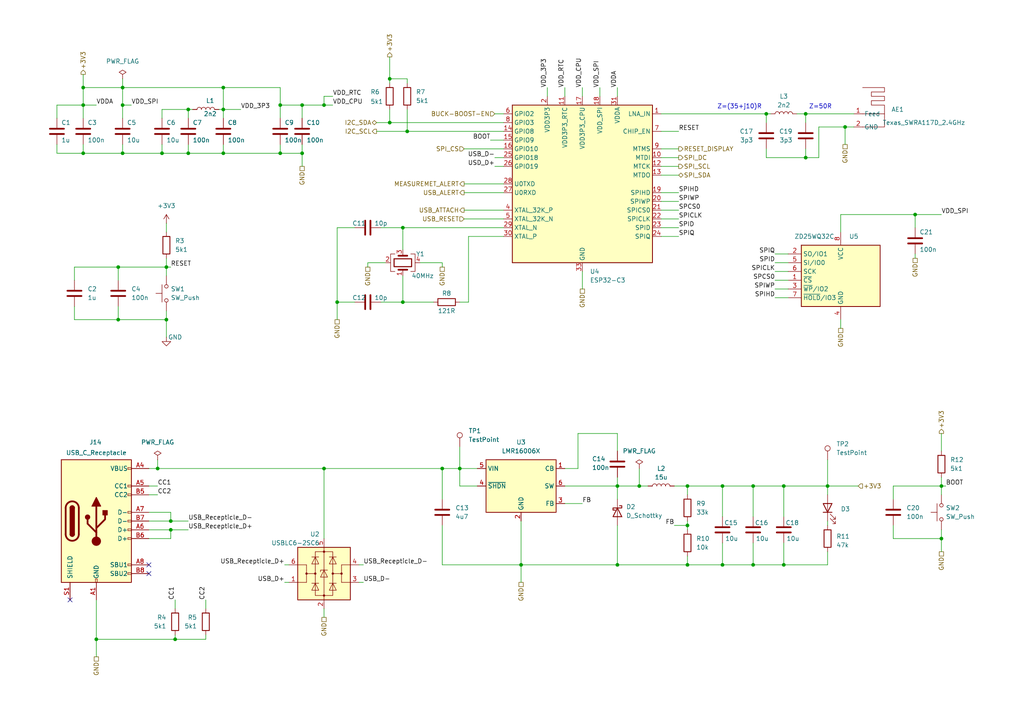
<source format=kicad_sch>
(kicad_sch (version 20250114) (generator "eeschema") (generator_version "9.0")
  (paper "A4")
  (lib_symbols
    (symbol "Connector:TestPoint" (pin_numbers (hide yes)) (pin_names (offset 0.762) (hide yes))
      (property "Reference" "TP" (at 0 6.858 0))
      (property "Value" "TestPoint" (at 0 5.08 0))
      (symbol "TestPoint_0_1"
        (circle (center 0 3.302) (radius 0.762))
      )
      (symbol "TestPoint_1_1"
        (pin passive line (at 0 0 90) (length 2.54) (name "1") (number "1"))
      )
    )
    (symbol "Connector:USB_C_Receptacle_USB2.0" (pin_names (offset 1.016))
      (property "Reference" "J" (at -10.16 19.05 0))
      (property "Value" "USB_C_Receptacle_USB2.0" (at 19.05 19.05 0))
      (symbol "USB_C_Receptacle_USB2.0_0_0"
        (rectangle (start -0.254 -17.78) (end 0.254 -16.764))
        (rectangle (start 10.16 15.494) (end 9.144 14.986))
        (rectangle (start 10.16 10.414) (end 9.144 9.906))
        (rectangle (start 10.16 7.874) (end 9.144 7.366))
        (rectangle (start 10.16 2.794) (end 9.144 2.286))
        (rectangle (start 10.16 0.254) (end 9.144 -0.254))
        (rectangle (start 10.16 -2.286) (end 9.144 -2.794))
        (rectangle (start 10.16 -4.826) (end 9.144 -5.334))
        (rectangle (start 10.16 -12.446) (end 9.144 -12.954))
        (rectangle (start 10.16 -14.986) (end 9.144 -15.494))
      )
      (symbol "USB_C_Receptacle_USB2.0_0_1"
        (rectangle (start -10.16 17.78) (end 10.16 -17.78) (stroke (width 0.254)) (fill (type background)))
        (polyline (pts (xy -8.89 -3.81) (xy -8.89 3.81)) (stroke (width 0.508)))
        (rectangle (start -7.62 -3.81) (end -6.35 3.81) (stroke (width 0.254)) (fill (type outline)))
        (arc (start -7.62 3.81) (mid -6.985 4.4423) (end -6.35 3.81) (stroke (width 0.254)))
        (arc (start -7.62 3.81) (mid -6.985 4.4423) (end -6.35 3.81) (stroke (width 0.254)) (fill (type outline)))
        (arc (start -8.89 3.81) (mid -6.985 5.7067) (end -5.08 3.81) (stroke (width 0.508)))
        (arc (start -5.08 -3.81) (mid -6.985 -5.7067) (end -8.89 -3.81) (stroke (width 0.508)))
        (arc (start -6.35 -3.81) (mid -6.985 -4.4423) (end -7.62 -3.81) (stroke (width 0.254)))
        (arc (start -6.35 -3.81) (mid -6.985 -4.4423) (end -7.62 -3.81) (stroke (width 0.254)) (fill (type outline)))
        (polyline (pts (xy -5.08 3.81) (xy -5.08 -3.81)) (stroke (width 0.508)))
        (circle (center -2.54 1.143) (radius 0.635) (stroke (width 0.254)) (fill (type outline)))
        (polyline (pts (xy -1.27 4.318) (xy 0 6.858) (xy 1.27 4.318) (xy -1.27 4.318)) (stroke (width 0.254)) (fill (type outline)))
        (polyline (pts (xy 0 -2.032) (xy 2.54 0.508) (xy 2.54 1.778)) (stroke (width 0.508)))
        (polyline (pts (xy 0 -3.302) (xy -2.54 -0.762) (xy -2.54 0.508)) (stroke (width 0.508)))
        (polyline (pts (xy 0 -5.842) (xy 0 4.318)) (stroke (width 0.508)))
        (circle (center 0 -5.842) (radius 1.27) (fill (type outline)))
        (rectangle (start 1.905 1.778) (end 3.175 3.048) (stroke (width 0.254)) (fill (type outline)))
      )
      (symbol "USB_C_Receptacle_USB2.0_1_1"
        (pin passive line (at -7.62 -22.86 90) (length 5.08) (name "SHIELD") (number "S1"))
        (pin passive line (at 0 -22.86 90) (length 5.08) (name "GND") (number "A1"))
        (pin passive line (at 0 -22.86 90) (length 5.08) (hide yes) (name "GND") (number "A12"))
        (pin passive line (at 0 -22.86 90) (length 5.08) (hide yes) (name "GND") (number "B1"))
        (pin passive line (at 0 -22.86 90) (length 5.08) (hide yes) (name "GND") (number "B12"))
        (pin passive line (at 15.24 15.24 180) (length 5.08) (name "VBUS") (number "A4"))
        (pin passive line (at 15.24 15.24 180) (length 5.08) (hide yes) (name "VBUS") (number "A9"))
        (pin passive line (at 15.24 15.24 180) (length 5.08) (hide yes) (name "VBUS") (number "B4"))
        (pin passive line (at 15.24 15.24 180) (length 5.08) (hide yes) (name "VBUS") (number "B9"))
        (pin bidirectional line (at 15.24 10.16 180) (length 5.08) (name "CC1") (number "A5"))
        (pin bidirectional line (at 15.24 7.62 180) (length 5.08) (name "CC2") (number "B5"))
        (pin bidirectional line (at 15.24 2.54 180) (length 5.08) (name "D-") (number "A7"))
        (pin bidirectional line (at 15.24 0 180) (length 5.08) (name "D-") (number "B7"))
        (pin bidirectional line (at 15.24 -2.54 180) (length 5.08) (name "D+") (number "A6"))
        (pin bidirectional line (at 15.24 -5.08 180) (length 5.08) (name "D+") (number "B6"))
        (pin bidirectional line (at 15.24 -12.7 180) (length 5.08) (name "SBU1") (number "A8"))
        (pin bidirectional line (at 15.24 -15.24 180) (length 5.08) (name "SBU2") (number "B8"))
      )
    )
    (symbol "Device:C" (pin_numbers (hide yes)) (pin_names (offset 0.254))
      (property "Reference" "C" (at 0.635 2.54 0))
      (property "Value" "C" (at 0.635 -2.54 0))
      (symbol "C_0_1"
        (polyline (pts (xy -2.032 0.762) (xy 2.032 0.762)) (stroke (width 0.508)))
        (polyline (pts (xy -2.032 -0.762) (xy 2.032 -0.762)) (stroke (width 0.508)))
      )
      (symbol "C_1_1"
        (pin passive line (at 0 3.81 270) (length 2.794) (name "~") (number "1"))
        (pin passive line (at 0 -3.81 90) (length 2.794) (name "~") (number "2"))
      )
    )
    (symbol "Device:Crystal_GND24" (pin_names (offset 1.016) (hide yes))
      (property "Reference" "Y" (at 3.175 5.08 0))
      (property "Value" "Crystal_GND24" (at 3.175 3.175 0))
      (symbol "Crystal_GND24_0_1"
        (polyline (pts (xy -2.54 2.286) (xy -2.54 3.556) (xy 2.54 3.556) (xy 2.54 2.286)))
        (polyline (pts (xy -2.54 0) (xy -2.032 0)))
        (polyline (pts (xy -2.54 -2.286) (xy -2.54 -3.556) (xy 2.54 -3.556) (xy 2.54 -2.286)))
        (polyline (pts (xy -2.032 -1.27) (xy -2.032 1.27)) (stroke (width 0.508)))
        (rectangle (start -1.143 2.54) (end 1.143 -2.54) (stroke (width 0.3048)))
        (polyline (pts (xy 0 3.556) (xy 0 3.81)))
        (polyline (pts (xy 0 -3.81) (xy 0 -3.556)))
        (polyline (pts (xy 2.032 0) (xy 2.54 0)))
        (polyline (pts (xy 2.032 -1.27) (xy 2.032 1.27)) (stroke (width 0.508)))
      )
      (symbol "Crystal_GND24_1_1"
        (pin passive line (at -3.81 0 0) (length 1.27) (name "1") (number "1"))
        (pin passive line (at 0 5.08 270) (length 1.27) (name "2") (number "2"))
        (pin passive line (at 0 -5.08 90) (length 1.27) (name "4") (number "4"))
        (pin passive line (at 3.81 0 180) (length 1.27) (name "3") (number "3"))
      )
    )
    (symbol "Device:D_Schottky" (pin_numbers (hide yes)) (pin_names (offset 1.016) (hide yes))
      (property "Reference" "D" (at 0 2.54 0))
      (property "Value" "D_Schottky" (at 0 -2.54 0))
      (symbol "D_Schottky_0_1"
        (polyline (pts (xy -1.905 0.635) (xy -1.905 1.27) (xy -1.27 1.27) (xy -1.27 -1.27) (xy -0.635 -1.27) (xy -0.635 -0.635)) (stroke (width 0.254)))
        (polyline (pts (xy 1.27 1.27) (xy 1.27 -1.27) (xy -1.27 0) (xy 1.27 1.27)) (stroke (width 0.254)))
        (polyline (pts (xy 1.27 0) (xy -1.27 0)))
      )
      (symbol "D_Schottky_1_1"
        (pin passive line (at -3.81 0 0) (length 2.54) (name "K") (number "1"))
        (pin passive line (at 3.81 0 180) (length 2.54) (name "A") (number "2"))
      )
    )
    (symbol "Device:L" (pin_numbers (hide yes)) (pin_names (offset 1.016) (hide yes))
      (property "Reference" "L" (at -1.27 0 90))
      (property "Value" "L" (at 1.905 0 90))
      (symbol "L_0_1"
        (arc (start 0 2.54) (mid 0.6323 1.905) (end 0 1.27))
        (arc (start 0 1.27) (mid 0.6323 0.635) (end 0 0))
        (arc (start 0 0) (mid 0.6323 -0.635) (end 0 -1.27))
        (arc (start 0 -1.27) (mid 0.6323 -1.905) (end 0 -2.54))
      )
      (symbol "L_1_1"
        (pin passive line (at 0 3.81 270) (length 1.27) (name "1") (number "1"))
        (pin passive line (at 0 -3.81 90) (length 1.27) (name "2") (number "2"))
      )
    )
    (symbol "Device:LED" (pin_numbers (hide yes)) (pin_names (offset 1.016) (hide yes))
      (property "Reference" "D" (at 0 2.54 0))
      (property "Value" "LED" (at 0 -2.54 0))
      (symbol "LED_0_1"
        (polyline (pts (xy -3.048 -0.762) (xy -4.572 -2.286) (xy -3.81 -2.286) (xy -4.572 -2.286) (xy -4.572 -1.524)))
        (polyline (pts (xy -1.778 -0.762) (xy -3.302 -2.286) (xy -2.54 -2.286) (xy -3.302 -2.286) (xy -3.302 -1.524)))
        (polyline (pts (xy -1.27 0) (xy 1.27 0)))
        (polyline (pts (xy -1.27 -1.27) (xy -1.27 1.27)) (stroke (width 0.254)))
        (polyline (pts (xy 1.27 -1.27) (xy 1.27 1.27) (xy -1.27 0) (xy 1.27 -1.27)) (stroke (width 0.254)))
      )
      (symbol "LED_1_1"
        (pin passive line (at -3.81 0 0) (length 2.54) (name "K") (number "1"))
        (pin passive line (at 3.81 0 180) (length 2.54) (name "A") (number "2"))
      )
    )
    (symbol "Device:R" (pin_numbers (hide yes)) (pin_names (offset 0))
      (property "Reference" "R" (at 2.032 0 90))
      (property "Value" "R" (at 0 0 90))
      (symbol "R_0_1"
        (rectangle (start -1.016 -2.54) (end 1.016 2.54) (stroke (width 0.254)))
      )
      (symbol "R_1_1"
        (pin passive line (at 0 3.81 270) (length 1.27) (name "~") (number "1"))
        (pin passive line (at 0 -3.81 90) (length 1.27) (name "~") (number "2"))
      )
    )
    (symbol "MCU_Espressif:ESP32-C3"
      (property "Reference" "U" (at -17.272 23.876 0))
      (property "Value" "ESP32-C3" (at 16.256 23.876 0))
      (symbol "ESP32-C3_1_1"
        (rectangle (start -20.32 22.86) (end 20.32 -22.86) (stroke (width 0.254)) (fill (type background)))
        (pin bidirectional line (at -22.86 20.32 0) (length 2.54) (name "GPIO2") (number "6"))
        (pin bidirectional line (at -22.86 17.78 0) (length 2.54) (name "GPIO3") (number "8"))
        (pin bidirectional line (at -22.86 15.24 0) (length 2.54) (name "GPIO8") (number "14"))
        (pin bidirectional line (at -22.86 12.7 0) (length 2.54) (name "GPIO9") (number "15"))
        (pin bidirectional line (at -22.86 10.16 0) (length 2.54) (name "GPIO10") (number "16"))
        (pin bidirectional line (at -22.86 7.62 0) (length 2.54) (name "GPIO18") (number "25"))
        (pin bidirectional line (at -22.86 5.08 0) (length 2.54) (name "GPIO19") (number "26"))
        (pin bidirectional line (at -22.86 0 0) (length 2.54) (name "U0TXD") (number "28"))
        (pin bidirectional line (at -22.86 -2.54 0) (length 2.54) (name "U0RXD") (number "27"))
        (pin bidirectional line (at -22.86 -7.62 0) (length 2.54) (name "XTAL_32K_P") (number "4"))
        (pin bidirectional line (at -22.86 -10.16 0) (length 2.54) (name "XTAL_32K_N") (number "5"))
        (pin bidirectional line (at -22.86 -12.7 0) (length 2.54) (name "XTAL_N") (number "29"))
        (pin bidirectional line (at -22.86 -15.24 0) (length 2.54) (name "XTAL_P") (number "30"))
        (pin power_in line (at -10.16 25.4 270) (length 2.54) (name "VDD3P3") (number "2"))
        (pin passive line (at -10.16 25.4 270) (length 2.54) (hide yes) (name "VDD3P3") (number "3"))
        (pin power_in line (at -5.08 25.4 270) (length 2.54) (name "VDD3P3_RTC") (number "11"))
        (pin power_in line (at 0 25.4 270) (length 2.54) (name "VDD3P3_CPU") (number "17"))
        (pin power_in line (at 0 -25.4 90) (length 2.54) (name "GND") (number "33"))
        (pin power_out line (at 5.08 25.4 270) (length 2.54) (name "VDD_SPI") (number "18"))
        (pin power_in line (at 10.16 25.4 270) (length 2.54) (name "VDDA") (number "31"))
        (pin passive line (at 10.16 25.4 270) (length 2.54) (hide yes) (name "VDDA") (number "32"))
        (pin bidirectional line (at 22.86 20.32 180) (length 2.54) (name "LNA_IN") (number "1"))
        (pin bidirectional line (at 22.86 15.24 180) (length 2.54) (name "CHIP_EN") (number "7"))
        (pin bidirectional line (at 22.86 10.16 180) (length 2.54) (name "MTMS") (number "9"))
        (pin bidirectional line (at 22.86 7.62 180) (length 2.54) (name "MTDI") (number "10"))
        (pin bidirectional line (at 22.86 5.08 180) (length 2.54) (name "MTCK") (number "12"))
        (pin bidirectional line (at 22.86 2.54 180) (length 2.54) (name "MTDO") (number "13"))
        (pin bidirectional line (at 22.86 -2.54 180) (length 2.54) (name "SPIHD") (number "19"))
        (pin bidirectional line (at 22.86 -5.08 180) (length 2.54) (name "SPIWP") (number "20"))
        (pin bidirectional line (at 22.86 -7.62 180) (length 2.54) (name "SPICS0") (number "21"))
        (pin bidirectional line (at 22.86 -10.16 180) (length 2.54) (name "SPICLK") (number "22"))
        (pin bidirectional line (at 22.86 -12.7 180) (length 2.54) (name "SPID") (number "23"))
        (pin bidirectional line (at 22.86 -15.24 180) (length 2.54) (name "SPIQ") (number "24"))
      )
    )
    (symbol "Power_Protection:USBLC6-2SC6" (pin_names (hide yes))
      (property "Reference" "U" (at 2.54 8.89 0))
      (property "Value" "USBLC6-2SC6" (at 2.54 -8.89 0))
      (symbol "USBLC6-2SC6_0_1"
        (rectangle (start -7.62 -7.62) (end 7.62 7.62) (stroke (width 0.254)) (fill (type background)))
        (polyline (pts (xy -5.08 2.54) (xy -7.62 2.54)))
        (circle (center -5.08 0) (radius 0.254) (fill (type outline)))
        (polyline (pts (xy -5.08 0) (xy -5.08 -2.54)))
        (polyline (pts (xy -5.08 -2.54) (xy -7.62 -2.54)))
        (polyline (pts (xy -3.556 2.794) (xy -1.524 2.794) (xy -2.54 4.826) (xy -3.556 2.794)))
        (polyline (pts (xy -3.556 -4.826) (xy -1.524 -4.826) (xy -2.54 -2.794) (xy -3.556 -4.826)))
        (rectangle (start -2.54 6.35) (end 2.54 -6.35))
        (circle (center -2.54 0) (radius 0.254) (fill (type outline)))
        (polyline (pts (xy -2.54 0) (xy -5.08 0) (xy -5.08 2.54)))
        (polyline (pts (xy -1.524 4.826) (xy -3.556 4.826)))
        (polyline (pts (xy -1.524 -2.794) (xy -3.556 -2.794)))
        (polyline (pts (xy -1.016 -1.016) (xy 1.016 -1.016) (xy 0 1.016) (xy -1.016 -1.016)))
        (circle (center 0 6.35) (radius 0.254) (fill (type outline)))
        (polyline (pts (xy 0 6.35) (xy 0 7.62)))
        (polyline (pts (xy 0 1.27) (xy 0 6.35)))
        (polyline (pts (xy 0 -6.35) (xy 0 1.27)))
        (circle (center 0 -6.35) (radius 0.254) (fill (type outline)))
        (polyline (pts (xy 0 -7.62) (xy 0 -6.35)))
        (polyline (pts (xy 1.016 1.016) (xy 0.762 1.016) (xy -1.016 1.016) (xy -1.016 0.508)))
        (polyline (pts (xy 1.524 4.826) (xy 3.556 4.826)))
        (polyline (pts (xy 1.524 -2.794) (xy 3.556 -2.794)))
        (polyline (pts (xy 2.54 0) (xy 5.08 0) (xy 5.08 2.54)))
        (circle (center 2.54 0) (radius 0.254) (fill (type outline)))
        (polyline (pts (xy 3.556 2.794) (xy 1.524 2.794) (xy 2.54 4.826) (xy 3.556 2.794)))
        (polyline (pts (xy 3.556 -4.826) (xy 1.524 -4.826) (xy 2.54 -2.794) (xy 3.556 -4.826)))
        (polyline (pts (xy 5.08 2.54) (xy 7.62 2.54)))
        (polyline (pts (xy 5.08 0) (xy 5.08 -2.54)))
        (circle (center 5.08 0) (radius 0.254) (fill (type outline)))
        (polyline (pts (xy 5.08 -2.54) (xy 7.62 -2.54)))
      )
      (symbol "USBLC6-2SC6_1_1"
        (pin passive line (at -10.16 2.54 0) (length 2.54) (name "I/O1") (number "6"))
        (pin passive line (at -10.16 -2.54 0) (length 2.54) (name "I/O1") (number "1"))
        (pin passive line (at 0 10.16 270) (length 2.54) (name "VBUS") (number "5"))
        (pin passive line (at 0 -10.16 90) (length 2.54) (name "GND") (number "2"))
        (pin passive line (at 10.16 2.54 180) (length 2.54) (name "I/O2") (number "4"))
        (pin passive line (at 10.16 -2.54 180) (length 2.54) (name "I/O2") (number "3"))
      )
    )
    (symbol "Prj_Memory_Flash:ZD25WQ32C"
      (property "Reference" "U3" (at 3.81 0 0))
      (property "Value" "ZD25WQ32C" (at -7.62 0 0))
      (symbol "ZD25WQ32C_1_1"
        (rectangle (start -11.43 -2.54) (end 11.43 -20.32) (stroke (width 0.254)) (fill (type background)))
        (pin bidirectional line (at -15.24 -5.08 0) (length 3.81) (name "SO/IO1") (number "2"))
        (pin bidirectional line (at -15.24 -7.62 0) (length 3.81) (name "SI/IO0") (number "5"))
        (pin input line (at -15.24 -10.16 0) (length 3.81) (name "SCK") (number "6"))
        (pin input line (at -15.24 -12.7 0) (length 3.81) (name "~{CS}") (number "1"))
        (pin bidirectional line (at -15.24 -15.24 0) (length 3.81) (name "~{WP}/IO2") (number "3"))
        (pin bidirectional line (at -15.24 -17.78 0) (length 3.81) (name "~{HOLD}/IO3") (number "7"))
        (pin power_in line (at 0 1.27 270) (length 3.81) (name "VCC") (number "8"))
        (pin power_in line (at 0 -24.13 90) (length 3.81) (name "GND") (number "4"))
      )
    )
    (symbol "Prj_antenna:Texas_SWRA117D_2.4GHz"
      (property "Reference" "AE" (at 0 0 0))
      (property "Value" "Texas_SWRA117D_2.4GHz" (at 0 0 0))
      (symbol "Texas_SWRA117D_2.4GHz_0_1"
        (polyline (pts (xy 1.27 -5.08) (xy 7.62 -5.08) (xy 7.62 -8.89) (xy 1.27 -8.89) (xy 6.35 -8.89)))
        (polyline (pts (xy 7.62 -8.89) (xy 7.62 -11.43) (xy 3.81 -11.43) (xy 3.81 -12.7) (xy 7.62 -12.7) (xy 7.62 -13.97) (xy 3.81 -13.97) (xy 3.81 -15.24) (xy 7.62 -15.24) (xy 7.62 -16.51) (xy 1.27 -16.51)))
      )
      (symbol "Texas_SWRA117D_2.4GHz_1_1"
        (pin input line (at -1.27 -5.08 0) (length 2.54) (name "GND") (number "2"))
        (pin input line (at -1.27 -8.89 0) (length 2.54) (name "Feed") (number "1"))
      )
    )
    (symbol "Prj_dcdc_converter:LMR16006X"
      (property "Reference" "U" (at 1.778 -1.524 0))
      (property "Value" "LMR16006X" (at -4.826 -1.524 0))
      (symbol "LMR16006X_0_1"
        (rectangle (start -10.16 -2.54) (end 10.16 -17.78) (stroke (width 0.254)) (fill (type background)))
      )
      (symbol "LMR16006X_1_1"
        (pin power_in line (at -12.7 -5.08 0) (length 2.54) (name "VIN") (number "5"))
        (pin input line (at -12.7 -10.16 0) (length 2.54) (name "~{SHDN}") (number "4"))
        (pin power_in line (at 0 -20.32 90) (length 2.54) (name "GND") (number "2"))
        (pin input line (at 12.7 -5.08 180) (length 2.54) (name "CB") (number "1"))
        (pin output line (at 12.7 -10.16 180) (length 2.54) (name "SW") (number "6"))
        (pin input line (at 12.7 -15.24 180) (length 2.54) (name "FB") (number "3"))
      )
    )
    (symbol "Switch:SW_Push" (pin_numbers (hide yes)) (pin_names (offset 1.016) (hide yes))
      (property "Reference" "SW" (at 1.27 2.54 0))
      (property "Value" "SW_Push" (at 0 -1.524 0))
      (symbol "SW_Push_0_1"
        (circle (center -2.032 0) (radius 0.508))
        (polyline (pts (xy 0 1.27) (xy 0 3.048)))
        (circle (center 2.032 0) (radius 0.508))
        (polyline (pts (xy 2.54 1.27) (xy -2.54 1.27)))
        (pin passive line (at -5.08 0 0) (length 2.54) (name "1") (number "1"))
        (pin passive line (at 5.08 0 180) (length 2.54) (name "2") (number "2"))
      )
    )
    (symbol "power:+3V3" (power) (pin_numbers (hide yes)) (pin_names (offset 0) (hide yes))
      (property "Value" "+3V3" (at 0 3.556 0))
      (symbol "+3V3_0_1"
        (polyline (pts (xy -0.762 1.27) (xy 0 2.54)))
        (polyline (pts (xy 0 2.54) (xy 0.762 1.27)))
        (polyline (pts (xy 0 0) (xy 0 2.54)))
      )
      (symbol "+3V3_1_1"
        (pin power_in line (at 0 0 90) (length 0) (name "~") (number "1"))
      )
    )
    (symbol "power:GND" (power) (pin_numbers (hide yes)) (pin_names (offset 0) (hide yes))
      (property "Value" "GND" (at 0 -3.81 0))
      (symbol "GND_0_1"
        (polyline (pts (xy 0 0) (xy 0 -1.27) (xy 1.27 -1.27) (xy 0 -2.54) (xy -1.27 -1.27) (xy 0 -1.27)))
      )
      (symbol "GND_1_1"
        (pin power_in line (at 0 0 270) (length 0) (name "~") (number "1"))
      )
    )
    (symbol "power:PWR_FLAG" (power) (pin_numbers (hide yes)) (pin_names (offset 0) (hide yes))
      (property "Value" "PWR_FLAG" (at 0 3.81 0))
      (symbol "PWR_FLAG_0_0"
        (pin power_out line (at 0 0 90) (length 0) (name "~") (number "1"))
      )
      (symbol "PWR_FLAG_0_1"
        (polyline (pts (xy 0 0) (xy 0 1.27) (xy -1.016 1.905) (xy 0 2.54) (xy 1.016 1.905) (xy 0 1.27)))
      )
    )
  )
  (text "Z=50R" (at 241.3 31.75 0) (effects (font (size 1.27 1.27)) (justify right bottom)))
  (text "Z=(35+j10)R" (at 220.98 31.75 0) (effects (font (size 1.27 1.27)) (justify right bottom)))
  (junction (at 34.29 92.71))
  (junction (at 81.28 30.48))
  (junction (at 233.68 45.72))
  (junction (at 45.72 135.89))
  (junction (at 233.68 33.02))
  (junction (at 93.98 135.89))
  (junction (at 64.77 44.45))
  (junction (at 48.26 77.47))
  (junction (at 27.94 185.42))
  (junction (at 116.84 66.04))
  (junction (at 46.99 44.45))
  (junction (at 273.05 156.21))
  (junction (at 87.63 30.48))
  (junction (at 151.13 163.83))
  (junction (at 273.05 140.97))
  (junction (at 218.44 163.83))
  (junction (at 97.79 87.63))
  (junction (at 209.55 140.97))
  (junction (at 35.56 30.48))
  (junction (at 240.03 140.97))
  (junction (at 128.27 135.89))
  (junction (at 199.39 140.97))
  (junction (at 50.8 185.42))
  (junction (at 113.03 35.56))
  (junction (at 87.63 44.45))
  (junction (at 48.26 92.71))
  (junction (at 35.56 25.4))
  (junction (at 222.25 33.02))
  (junction (at 245.11 36.83))
  (junction (at 179.07 140.97))
  (junction (at 116.84 87.63))
  (junction (at 199.39 163.83))
  (junction (at 54.61 44.45))
  (junction (at 64.77 25.4))
  (junction (at 227.33 163.83))
  (junction (at 118.11 38.1))
  (junction (at 49.53 151.13))
  (junction (at 24.13 30.48))
  (junction (at 199.39 152.4))
  (junction (at 35.56 44.45))
  (junction (at 34.29 77.47))
  (junction (at 64.77 31.75))
  (junction (at 113.03 22.86))
  (junction (at 24.13 25.4))
  (junction (at 209.55 163.83))
  (junction (at 185.42 140.97))
  (junction (at 49.53 153.67))
  (junction (at 218.44 140.97))
  (junction (at 265.43 62.23))
  (junction (at 54.61 31.75))
  (junction (at 227.33 140.97))
  (junction (at 133.35 135.89))
  (junction (at 93.98 30.48))
  (junction (at 24.13 44.45))
  (junction (at 81.28 44.45))
  (junction (at 179.07 163.83))
  (no_connect (at 20.32 173.99))
  (no_connect (at 43.18 163.83))
  (no_connect (at 43.18 166.37))
  (wire (pts (xy 93.98 27.94) (xy 93.98 30.48)))
  (wire (pts (xy 199.39 161.29) (xy 199.39 163.83)))
  (wire (pts (xy 222.25 43.18) (xy 222.25 45.72)))
  (wire (pts (xy 113.03 22.86) (xy 113.03 24.13)))
  (wire (pts (xy 223.52 33.02) (xy 222.25 33.02)))
  (wire (pts (xy 259.08 152.4) (xy 259.08 156.21)))
  (wire (pts (xy 106.68 76.2) (xy 111.76 76.2)))
  (wire (pts (xy 64.77 25.4) (xy 81.28 25.4)))
  (wire (pts (xy 116.84 66.04) (xy 116.84 72.39)))
  (wire (pts (xy 106.68 77.47) (xy 106.68 76.2)))
  (wire (pts (xy 199.39 153.67) (xy 199.39 152.4)))
  (wire (pts (xy 168.91 146.05) (xy 163.83 146.05)))
  (wire (pts (xy 196.85 60.96) (xy 191.77 60.96)))
  (wire (pts (xy 191.77 38.1) (xy 196.85 38.1)))
  (wire (pts (xy 163.83 25.4) (xy 163.83 27.94)))
  (wire (pts (xy 24.13 21.59) (xy 24.13 25.4)))
  (wire (pts (xy 209.55 157.48) (xy 209.55 163.83)))
  (wire (pts (xy 143.51 48.26) (xy 146.05 48.26)))
  (wire (pts (xy 64.77 31.75) (xy 69.85 31.75)))
  (wire (pts (xy 243.84 67.31) (xy 243.84 62.23)))
  (wire (pts (xy 128.27 152.4) (xy 128.27 163.83)))
  (wire (pts (xy 196.85 55.88) (xy 191.77 55.88)))
  (wire (pts (xy 134.62 43.18) (xy 146.05 43.18)))
  (wire (pts (xy 113.03 16.51) (xy 113.03 22.86)))
  (wire (pts (xy 21.59 81.28) (xy 21.59 77.47)))
  (wire (pts (xy 168.91 78.74) (xy 168.91 83.82)))
  (wire (pts (xy 49.53 151.13) (xy 49.53 148.59)))
  (wire (pts (xy 34.29 92.71) (xy 48.26 92.71)))
  (wire (pts (xy 243.84 62.23) (xy 265.43 62.23)))
  (wire (pts (xy 247.65 33.02) (xy 233.68 33.02)))
  (wire (pts (xy 218.44 163.83) (xy 227.33 163.83)))
  (wire (pts (xy 196.85 58.42) (xy 191.77 58.42)))
  (wire (pts (xy 179.07 152.4) (xy 179.07 163.83)))
  (wire (pts (xy 121.92 76.2) (xy 128.27 76.2)))
  (wire (pts (xy 196.85 63.5) (xy 191.77 63.5)))
  (wire (pts (xy 34.29 88.9) (xy 34.29 92.71)))
  (wire (pts (xy 27.94 185.42) (xy 50.8 185.42)))
  (wire (pts (xy 227.33 140.97) (xy 240.03 140.97)))
  (wire (pts (xy 135.89 87.63) (xy 135.89 68.58)))
  (wire (pts (xy 273.05 140.97) (xy 273.05 143.51)))
  (wire (pts (xy 163.83 140.97) (xy 179.07 140.97)))
  (wire (pts (xy 209.55 140.97) (xy 218.44 140.97)))
  (wire (pts (xy 50.8 173.99) (xy 50.8 176.53)))
  (wire (pts (xy 143.51 45.72) (xy 146.05 45.72)))
  (wire (pts (xy 24.13 41.91) (xy 24.13 44.45)))
  (wire (pts (xy 48.26 77.47) (xy 48.26 80.01)))
  (wire (pts (xy 102.87 66.04) (xy 97.79 66.04)))
  (wire (pts (xy 191.77 50.8) (xy 196.85 50.8)))
  (wire (pts (xy 273.05 156.21) (xy 273.05 160.02)))
  (wire (pts (xy 218.44 140.97) (xy 227.33 140.97)))
  (wire (pts (xy 240.03 140.97) (xy 240.03 143.51)))
  (wire (pts (xy 265.43 66.04) (xy 265.43 62.23)))
  (wire (pts (xy 179.07 163.83) (xy 151.13 163.83)))
  (wire (pts (xy 245.11 36.83) (xy 237.49 36.83)))
  (wire (pts (xy 93.98 30.48) (xy 96.52 30.48)))
  (wire (pts (xy 46.99 41.91) (xy 46.99 44.45)))
  (wire (pts (xy 27.94 185.42) (xy 27.94 190.5)))
  (wire (pts (xy 16.51 41.91) (xy 16.51 44.45)))
  (wire (pts (xy 237.49 45.72) (xy 233.68 45.72)))
  (wire (pts (xy 96.52 27.94) (xy 93.98 27.94)))
  (wire (pts (xy 179.07 25.4) (xy 179.07 27.94)))
  (wire (pts (xy 167.64 135.89) (xy 167.64 125.73)))
  (wire (pts (xy 134.62 53.34) (xy 146.05 53.34)))
  (wire (pts (xy 222.25 45.72) (xy 233.68 45.72)))
  (wire (pts (xy 151.13 168.91) (xy 151.13 163.83)))
  (wire (pts (xy 128.27 163.83) (xy 151.13 163.83)))
  (wire (pts (xy 185.42 135.89) (xy 185.42 140.97)))
  (wire (pts (xy 133.35 129.54) (xy 133.35 135.89)))
  (wire (pts (xy 227.33 157.48) (xy 227.33 163.83)))
  (wire (pts (xy 45.72 135.89) (xy 93.98 135.89)))
  (wire (pts (xy 179.07 140.97) (xy 179.07 144.78)))
  (wire (pts (xy 43.18 151.13) (xy 49.53 151.13)))
  (wire (pts (xy 259.08 140.97) (xy 273.05 140.97)))
  (wire (pts (xy 118.11 31.75) (xy 118.11 38.1)))
  (wire (pts (xy 54.61 151.13) (xy 49.53 151.13)))
  (wire (pts (xy 34.29 81.28) (xy 34.29 77.47)))
  (wire (pts (xy 118.11 38.1) (xy 146.05 38.1)))
  (wire (pts (xy 46.99 34.29) (xy 46.99 31.75)))
  (wire (pts (xy 48.26 77.47) (xy 49.53 77.47)))
  (wire (pts (xy 227.33 140.97) (xy 227.33 149.86)))
  (wire (pts (xy 199.39 151.13) (xy 199.39 152.4)))
  (wire (pts (xy 224.79 86.36) (xy 228.6 86.36)))
  (wire (pts (xy 87.63 30.48) (xy 93.98 30.48)))
  (wire (pts (xy 195.58 152.4) (xy 199.39 152.4)))
  (wire (pts (xy 110.49 66.04) (xy 116.84 66.04)))
  (wire (pts (xy 179.07 140.97) (xy 185.42 140.97)))
  (wire (pts (xy 243.84 95.25) (xy 243.84 92.71)))
  (wire (pts (xy 237.49 36.83) (xy 237.49 45.72)))
  (wire (pts (xy 191.77 48.26) (xy 196.85 48.26)))
  (wire (pts (xy 224.79 73.66) (xy 228.6 73.66)))
  (wire (pts (xy 143.51 33.02) (xy 146.05 33.02)))
  (wire (pts (xy 227.33 163.83) (xy 240.03 163.83)))
  (wire (pts (xy 49.53 156.21) (xy 43.18 156.21)))
  (wire (pts (xy 49.53 153.67) (xy 49.53 156.21)))
  (wire (pts (xy 35.56 30.48) (xy 38.1 30.48)))
  (wire (pts (xy 35.56 34.29) (xy 35.56 30.48)))
  (wire (pts (xy 50.8 184.15) (xy 50.8 185.42)))
  (wire (pts (xy 196.85 68.58) (xy 191.77 68.58)))
  (wire (pts (xy 16.51 44.45) (xy 24.13 44.45)))
  (wire (pts (xy 45.72 143.51) (xy 43.18 143.51)))
  (wire (pts (xy 24.13 44.45) (xy 35.56 44.45)))
  (wire (pts (xy 113.03 35.56) (xy 146.05 35.56)))
  (wire (pts (xy 128.27 135.89) (xy 133.35 135.89)))
  (wire (pts (xy 199.39 163.83) (xy 209.55 163.83)))
  (wire (pts (xy 259.08 144.78) (xy 259.08 140.97)))
  (wire (pts (xy 167.64 125.73) (xy 179.07 125.73)))
  (wire (pts (xy 48.26 97.79) (xy 48.26 92.71)))
  (wire (pts (xy 240.03 151.13) (xy 240.03 152.4)))
  (wire (pts (xy 128.27 135.89) (xy 128.27 144.78)))
  (wire (pts (xy 224.79 76.2) (xy 228.6 76.2)))
  (wire (pts (xy 16.51 34.29) (xy 16.51 30.48)))
  (wire (pts (xy 168.91 25.4) (xy 168.91 27.94)))
  (wire (pts (xy 54.61 44.45) (xy 64.77 44.45)))
  (wire (pts (xy 224.79 78.74) (xy 228.6 78.74)))
  (wire (pts (xy 63.5 31.75) (xy 64.77 31.75)))
  (wire (pts (xy 93.98 176.53) (xy 93.98 179.07)))
  (wire (pts (xy 179.07 163.83) (xy 199.39 163.83)))
  (wire (pts (xy 134.62 63.5) (xy 146.05 63.5)))
  (wire (pts (xy 224.79 83.82) (xy 228.6 83.82)))
  (wire (pts (xy 173.99 25.4) (xy 173.99 27.94)))
  (wire (pts (xy 46.99 31.75) (xy 54.61 31.75)))
  (wire (pts (xy 35.56 25.4) (xy 35.56 30.48)))
  (wire (pts (xy 199.39 140.97) (xy 199.39 143.51)))
  (wire (pts (xy 179.07 138.43) (xy 179.07 140.97)))
  (wire (pts (xy 87.63 44.45) (xy 87.63 48.26)))
  (wire (pts (xy 109.22 38.1) (xy 118.11 38.1)))
  (wire (pts (xy 97.79 66.04) (xy 97.79 87.63)))
  (wire (pts (xy 265.43 73.66) (xy 265.43 74.93)))
  (wire (pts (xy 21.59 88.9) (xy 21.59 92.71)))
  (wire (pts (xy 133.35 140.97) (xy 133.35 135.89)))
  (wire (pts (xy 134.62 60.96) (xy 146.05 60.96)))
  (wire (pts (xy 273.05 62.23) (xy 265.43 62.23)))
  (wire (pts (xy 43.18 153.67) (xy 49.53 153.67)))
  (wire (pts (xy 273.05 153.67) (xy 273.05 156.21)))
  (wire (pts (xy 110.49 87.63) (xy 116.84 87.63)))
  (wire (pts (xy 105.41 168.91) (xy 104.14 168.91)))
  (wire (pts (xy 54.61 31.75) (xy 54.61 34.29)))
  (wire (pts (xy 93.98 135.89) (xy 128.27 135.89)))
  (wire (pts (xy 116.84 66.04) (xy 146.05 66.04)))
  (wire (pts (xy 233.68 33.02) (xy 233.68 35.56)))
  (wire (pts (xy 16.51 30.48) (xy 24.13 30.48)))
  (wire (pts (xy 191.77 33.02) (xy 222.25 33.02)))
  (wire (pts (xy 81.28 34.29) (xy 81.28 30.48)))
  (wire (pts (xy 116.84 80.01) (xy 116.84 87.63)))
  (wire (pts (xy 35.56 22.86) (xy 35.56 25.4)))
  (wire (pts (xy 48.26 90.17) (xy 48.26 92.71)))
  (wire (pts (xy 222.25 33.02) (xy 222.25 35.56)))
  (wire (pts (xy 273.05 140.97) (xy 274.32 140.97)))
  (wire (pts (xy 118.11 22.86) (xy 113.03 22.86)))
  (wire (pts (xy 97.79 87.63) (xy 97.79 92.71)))
  (wire (pts (xy 59.69 184.15) (xy 59.69 185.42)))
  (wire (pts (xy 87.63 41.91) (xy 87.63 44.45)))
  (wire (pts (xy 64.77 44.45) (xy 81.28 44.45)))
  (wire (pts (xy 185.42 140.97) (xy 187.96 140.97)))
  (wire (pts (xy 247.65 36.83) (xy 245.11 36.83)))
  (wire (pts (xy 48.26 74.93) (xy 48.26 77.47)))
  (wire (pts (xy 104.14 163.83) (xy 105.41 163.83)))
  (wire (pts (xy 49.53 153.67) (xy 54.61 153.67)))
  (wire (pts (xy 209.55 140.97) (xy 209.55 149.86)))
  (wire (pts (xy 151.13 151.13) (xy 151.13 163.83)))
  (wire (pts (xy 64.77 31.75) (xy 64.77 34.29)))
  (wire (pts (xy 97.79 87.63) (xy 102.87 87.63)))
  (wire (pts (xy 196.85 66.04) (xy 191.77 66.04)))
  (wire (pts (xy 233.68 43.18) (xy 233.68 45.72)))
  (wire (pts (xy 24.13 25.4) (xy 35.56 25.4)))
  (wire (pts (xy 21.59 77.47) (xy 34.29 77.47)))
  (wire (pts (xy 35.56 44.45) (xy 46.99 44.45)))
  (wire (pts (xy 35.56 41.91) (xy 35.56 44.45)))
  (wire (pts (xy 142.24 40.64) (xy 146.05 40.64)))
  (wire (pts (xy 163.83 135.89) (xy 167.64 135.89)))
  (wire (pts (xy 54.61 41.91) (xy 54.61 44.45)))
  (wire (pts (xy 240.03 140.97) (xy 248.92 140.97)))
  (wire (pts (xy 273.05 138.43) (xy 273.05 140.97)))
  (wire (pts (xy 27.94 173.99) (xy 27.94 185.42)))
  (wire (pts (xy 240.03 163.83) (xy 240.03 160.02)))
  (wire (pts (xy 48.26 64.77) (xy 48.26 67.31)))
  (wire (pts (xy 191.77 43.18) (xy 196.85 43.18)))
  (wire (pts (xy 133.35 87.63) (xy 135.89 87.63)))
  (wire (pts (xy 116.84 87.63) (xy 125.73 87.63)))
  (wire (pts (xy 81.28 30.48) (xy 87.63 30.48)))
  (wire (pts (xy 191.77 45.72) (xy 196.85 45.72)))
  (wire (pts (xy 224.79 81.28) (xy 228.6 81.28)))
  (wire (pts (xy 199.39 140.97) (xy 209.55 140.97)))
  (wire (pts (xy 273.05 125.73) (xy 273.05 130.81)))
  (wire (pts (xy 233.68 33.02) (xy 231.14 33.02)))
  (wire (pts (xy 24.13 25.4) (xy 24.13 30.48)))
  (wire (pts (xy 64.77 41.91) (xy 64.77 44.45)))
  (wire (pts (xy 135.89 68.58) (xy 146.05 68.58)))
  (wire (pts (xy 195.58 140.97) (xy 199.39 140.97)))
  (wire (pts (xy 259.08 156.21) (xy 273.05 156.21)))
  (wire (pts (xy 81.28 44.45) (xy 87.63 44.45)))
  (wire (pts (xy 109.22 35.56) (xy 113.03 35.56)))
  (wire (pts (xy 82.55 163.83) (xy 83.82 163.83)))
  (wire (pts (xy 34.29 77.47) (xy 48.26 77.47)))
  (wire (pts (xy 82.55 168.91) (xy 83.82 168.91)))
  (wire (pts (xy 45.72 133.35) (xy 45.72 135.89)))
  (wire (pts (xy 64.77 25.4) (xy 64.77 31.75)))
  (wire (pts (xy 43.18 135.89) (xy 45.72 135.89)))
  (wire (pts (xy 81.28 41.91) (xy 81.28 44.45)))
  (wire (pts (xy 87.63 34.29) (xy 87.63 30.48)))
  (wire (pts (xy 134.62 55.88) (xy 146.05 55.88)))
  (wire (pts (xy 46.99 44.45) (xy 54.61 44.45)))
  (wire (pts (xy 59.69 173.99) (xy 59.69 176.53)))
  (wire (pts (xy 59.69 185.42) (xy 50.8 185.42)))
  (wire (pts (xy 35.56 25.4) (xy 64.77 25.4)))
  (wire (pts (xy 24.13 30.48) (xy 27.94 30.48)))
  (wire (pts (xy 128.27 76.2) (xy 128.27 77.47)))
  (wire (pts (xy 45.72 140.97) (xy 43.18 140.97)))
  (wire (pts (xy 240.03 133.35) (xy 240.03 140.97)))
  (wire (pts (xy 21.59 92.71) (xy 34.29 92.71)))
  (wire (pts (xy 49.53 148.59) (xy 43.18 148.59)))
  (wire (pts (xy 245.11 36.83) (xy 245.11 41.91)))
  (wire (pts (xy 113.03 31.75) (xy 113.03 35.56)))
  (wire (pts (xy 118.11 24.13) (xy 118.11 22.86)))
  (wire (pts (xy 158.75 25.4) (xy 158.75 27.94)))
  (wire (pts (xy 218.44 157.48) (xy 218.44 163.83)))
  (wire (pts (xy 81.28 25.4) (xy 81.28 30.48)))
  (wire (pts (xy 93.98 135.89) (xy 93.98 156.21)))
  (wire (pts (xy 179.07 125.73) (xy 179.07 130.81)))
  (wire (pts (xy 133.35 135.89) (xy 138.43 135.89)))
  (wire (pts (xy 138.43 140.97) (xy 133.35 140.97)))
  (wire (pts (xy 218.44 140.97) (xy 218.44 149.86)))
  (wire (pts (xy 24.13 30.48) (xy 24.13 34.29)))
  (wire (pts (xy 209.55 163.83) (xy 218.44 163.83)))
  (wire (pts (xy 54.61 31.75) (xy 55.88 31.75)))
  (label "USD_D+" (at 143.51 48.26 180))
  (label "SPCS0" (at 196.85 60.96 0))
  (label "VDD_SPI" (at 273.05 62.23 0))
  (label "RESET" (at 49.53 77.47 0))
  (label "BOOT" (at 142.24 40.64 180))
  (label "USB_Recepticle_D+" (at 82.55 163.83 180))
  (label "CC1" (at 45.72 140.97 0))
  (label "USB_Recepticle_D-" (at 105.41 163.83 0))
  (label "CC2" (at 45.72 143.51 0))
  (label "SPICLK" (at 224.79 78.74 180))
  (label "VDD_CPU" (at 168.91 25.4 90))
  (label "VDD_RTC" (at 163.83 25.4 90))
  (label "USB_D-" (at 105.41 168.91 0))
  (label "VDD_SPI" (at 38.1 30.48 0))
  (label "VDD_SPI" (at 173.99 25.4 90))
  (label "VDD_3P3" (at 69.85 31.75 0))
  (label "SPIWP" (at 224.79 83.82 180))
  (label "SPIHD" (at 196.85 55.88 0))
  (label "SPCS0" (at 224.79 81.28 180))
  (label "RESET" (at 196.85 38.1 0))
  (label "VDD_3P3" (at 158.75 25.4 90))
  (label "USB_D+" (at 82.55 168.91 180))
  (label "FB" (at 195.58 152.4 180))
  (label "USB_Recepticle_D+" (at 54.61 153.67 0))
  (label "VDD_CPU" (at 96.52 30.48 0))
  (label "CC2" (at 59.69 173.99 90))
  (label "FB" (at 168.91 146.05 0))
  (label "SPID" (at 196.85 66.04 0))
  (label "VDDA" (at 27.94 30.48 0))
  (label "SPIQ" (at 196.85 68.58 0))
  (label "SPID" (at 224.79 76.2 180))
  (label "USB_Recepticle_D-" (at 54.61 151.13 0))
  (label "VDD_RTC" (at 96.52 27.94 0))
  (label "BOOT" (at 274.32 140.97 0))
  (label "SPIQ" (at 224.79 73.66 180))
  (label "SPIHD" (at 224.79 86.36 180))
  (label "CC1" (at 50.8 173.99 90))
  (label "VDDA" (at 179.07 25.4 90))
  (label "SPICLK" (at 196.85 63.5 0))
  (label "USB_D-" (at 143.51 45.72 180))
  (label "SPIWP" (at 196.85 58.42 0))
  (hierarchical_label "SPI_SCL" (shape output) (at 196.85 48.26 0))
  (hierarchical_label "I2C_SCL" (shape output) (at 109.22 38.1 180))
  (hierarchical_label "SPI_CS" (shape input) (at 134.62 43.18 180))
  (hierarchical_label "GND" (shape passive) (at 168.91 83.82 270))
  (hierarchical_label "GND" (shape passive) (at 243.84 95.25 270))
  (hierarchical_label "+3V3" (shape output) (at 113.03 16.51 90))
  (hierarchical_label "GND" (shape passive) (at 265.43 74.93 270))
  (hierarchical_label "GND" (shape passive) (at 27.94 190.5 270))
  (hierarchical_label "MEASUREMET_ALERT" (shape output) (at 134.62 53.34 180))
  (hierarchical_label "GND" (shape passive) (at 106.68 77.47 270))
  (hierarchical_label "GND" (shape passive) (at 128.27 77.47 270))
  (hierarchical_label "RESET_DISPLAY" (shape output) (at 196.85 43.18 0))
  (hierarchical_label "GND" (shape passive) (at 87.63 48.26 270))
  (hierarchical_label "+3V3" (shape output) (at 273.05 125.73 90))
  (hierarchical_label "GND" (shape passive) (at 245.11 41.91 270))
  (hierarchical_label "GND" (shape passive) (at 93.98 179.07 270))
  (hierarchical_label "+3V3" (shape input) (at 248.92 140.97 0))
  (hierarchical_label "USB_ATTACH" (shape output) (at 134.62 60.96 180))
  (hierarchical_label "USB_ALERT" (shape output) (at 134.62 55.88 180))
  (hierarchical_label "I2C_SDA" (shape bidirectional) (at 109.22 35.56 180))
  (hierarchical_label "GND" (shape passive) (at 151.13 168.91 270))
  (hierarchical_label "SPI_SDA" (shape bidirectional) (at 196.85 50.8 0))
  (hierarchical_label "SPI_DC" (shape output) (at 196.85 45.72 0))
  (hierarchical_label "GND" (shape passive) (at 97.79 92.71 270))
  (hierarchical_label "BUCK-BOOST-EN" (shape input) (at 143.51 33.02 180))
  (hierarchical_label "USB_RESET" (shape input) (at 134.62 63.5 180))
  (hierarchical_label "+3V3" (shape output) (at 24.13 21.59 90))
  (hierarchical_label "GND" (shape passive) (at 273.05 160.02 270))
  (symbol (lib_id "Device:C") (at 227.33 153.67 0) (unit 1)
    (property "Reference" "C18" (at 227.838 151.638 0) (effects (justify left)))
    (property "Value" "10u" (at 228.092 156.21 0) (effects (justify left)))
    (property "Description" "Unpolarized capacitor" (effects (hide yes)))
  )
  (symbol (lib_id "Device:C") (at 24.13 38.1 0) (unit 1)
    (property "Reference" "C3" (at 25.4 35.56 0) (effects (justify left)))
    (property "Value" "100n" (at 25.4 40.64 0) (effects (justify left)))
    (property "Footprint" "Capacitor_SMD:C_0402_1005Metric_Pad0.74x0.62mm_HandSolder" (effects (hide yes)))
  )
  (symbol (lib_id "Device:C") (at 259.08 148.59 0) (unit 1)
    (property "Reference" "C20" (at 262.89 147.3199 0) (effects (justify left)))
    (property "Value" "100n" (at 262.89 149.86 0) (effects (justify left)))
    (property "Footprint" "Capacitor_SMD:C_0402_1005Metric_Pad0.74x0.62mm_HandSolder" (effects (hide yes)))
  )
  (symbol (lib_id "power:+3V3") (at 48.26 64.77 0) (unit 1)
    (property "Reference" "#PWR01" (effects (hide yes)))
    (property "Value" "+3V3" (at 48.26 59.69 0))
    (property "Description" "Power symbol creates a global label with name \"+3V3\"" (effects (hide yes)))
  )
  (symbol (lib_id "Device:R") (at 273.05 134.62 0) (unit 1)
    (property "Reference" "R12" (at 275.59 133.3499 0) (effects (justify left)))
    (property "Value" "5k1" (at 275.59 135.8899 0) (effects (justify left)))
    (property "Footprint" "Resistor_SMD:R_0402_1005Metric_Pad0.72x0.64mm_HandSolder" (effects (hide yes)))
  )
  (symbol (lib_id "Device:R") (at 199.39 147.32 0) (unit 1)
    (property "Reference" "R9" (at 201.93 146.0499 0) (effects (justify left)))
    (property "Value" "33k" (at 201.93 148.5899 0) (effects (justify left)))
    (property "Footprint" "Resistor_SMD:R_0402_1005Metric_Pad0.72x0.64mm_HandSolder" (effects (hide yes)))
  )
  (symbol (lib_id "Device:L") (at 227.33 33.02 270) (mirror x) (unit 1)
    (property "Reference" "L3" (at 227.33 27.94 90))
    (property "Value" "2n2" (at 227.33 30.48 90))
    (property "Footprint" "Inductor_SMD:L_0402_1005Metric_Pad0.77x0.64mm_HandSolder" (effects (hide yes)))
  )
  (symbol (lib_id "Device:C") (at 222.25 39.37 0) (mirror y) (unit 1)
    (property "Reference" "C17" (at 218.44 38.0999 0) (effects (justify left)))
    (property "Value" "3p3" (at 218.44 40.6399 0) (effects (justify left)))
    (property "Footprint" "Capacitor_SMD:C_0402_1005Metric_Pad0.74x0.62mm_HandSolder" (effects (hide yes)))
  )
  (symbol (lib_id "Connector:USB_C_Receptacle_USB2.0") (at 27.94 151.13 0) (unit 1)
    (property "Reference" "J14" (at 27.686 128.27 0))
    (property "Value" "USB_C_Receptacle" (at 27.94 131.318 0))
    (property "Footprint" "Prj_Connectors_USB:USB_C_Receptacle_SHOU_HAN_TYPE_C_16P_CB1.6_073" (effects (hide yes)))
    (property "Datasheet" "https://www.usb.org/sites/default/files/documents/usb_type-c.zip" (effects (hide yes)))
  )
  (symbol (lib_id "Device:R") (at 59.69 180.34 0) (mirror y) (unit 1)
    (property "Reference" "R5" (at 57.15 179.0699 0) (effects (justify left)))
    (property "Value" "5k1" (at 57.15 181.6099 0) (effects (justify left)))
    (property "Footprint" "Resistor_SMD:R_0402_1005Metric_Pad0.72x0.64mm_HandSolder" (effects (hide yes)))
  )
  (symbol (lib_id "Device:R") (at 48.26 71.12 0) (unit 1)
    (property "Reference" "R3" (at 50.8 69.8499 0) (effects (justify left)))
    (property "Value" "5k1" (at 50.8 72.3899 0) (effects (justify left)))
    (property "Footprint" "Resistor_SMD:R_0402_1005Metric_Pad0.72x0.64mm_HandSolder" (effects (hide yes)))
  )
  (symbol (lib_id "Device:C") (at 54.61 38.1 0) (unit 1)
    (property "Reference" "C7" (at 55.88 35.56 0) (effects (justify left)))
    (property "Value" "100n" (at 55.88 40.64 0) (effects (justify left)))
    (property "Footprint" "Capacitor_SMD:C_0402_1005Metric_Pad0.74x0.62mm_HandSolder" (effects (hide yes)))
  )
  (symbol (lib_id "Device:R") (at 113.03 27.94 0) (unit 1)
    (property "Reference" "R6" (at 107.442 26.67 0) (effects (justify left)))
    (property "Value" "5k1" (at 107.442 29.464 0) (effects (justify left)))
    (property "Description" "Resistor" (effects (hide yes)))
  )
  (symbol (lib_id "Device:C") (at 81.28 38.1 0) (unit 1)
    (property "Reference" "C9" (at 82.55 35.56 0) (effects (justify left)))
    (property "Value" "100n" (at 82.55 40.64 0) (effects (justify left)))
    (property "Footprint" "Capacitor_SMD:C_0402_1005Metric_Pad0.74x0.62mm_HandSolder" (effects (hide yes)))
  )
  (symbol (lib_id "Device:L") (at 191.77 140.97 90) (unit 1)
    (property "Reference" "L2" (at 191.77 135.89 90))
    (property "Value" "15u" (at 191.77 138.43 90))
    (property "Description" "Inductor" (effects (hide yes)))
  )
  (symbol (lib_id "Device:R") (at 240.03 156.21 0) (unit 1)
    (property "Reference" "R11" (at 242.57 155.575 0) (effects (justify left)))
    (property "Value" "47k" (at 242.57 158.115 0) (effects (justify left)))
    (property "Footprint" "Resistor_SMD:R_0402_1005Metric_Pad0.72x0.64mm_HandSolder" (effects (hide yes)))
  )
  (symbol (lib_id "Device:C") (at 35.56 38.1 0) (unit 1)
    (property "Reference" "C5" (at 36.83 35.56 0) (effects (justify left)))
    (property "Value" "10u" (at 36.83 40.64 0) (effects (justify left)))
    (property "Footprint" "Capacitor_SMD:C_0402_1005Metric_Pad0.74x0.62mm_HandSolder" (effects (hide yes)))
  )
  (symbol (lib_id "Device:C") (at 233.68 39.37 0) (mirror y) (unit 1)
    (property "Reference" "C19" (at 229.87 38.0999 0) (effects (justify left)))
    (property "Value" "3p3" (at 229.87 40.6399 0) (effects (justify left)))
    (property "Footprint" "Capacitor_SMD:C_0402_1005Metric_Pad0.74x0.62mm_HandSolder" (effects (hide yes)))
  )
  (symbol (lib_id "Power_Protection:USBLC6-2SC6") (at 93.98 166.37 0) (unit 1)
    (property "Reference" "U2" (at 92.71 154.94 0) (effects (justify right)))
    (property "Value" "USBLC6-2SC6" (at 92.71 157.48 0) (effects (justify right)))
    (property "Footprint" "Package_TO_SOT_SMD:SOT-23-6" (effects (hide yes)))
    (property "Datasheet" "https://www.st.com/resource/en/datasheet/usblc6-2.pdf" (effects (hide yes)))
  )
  (symbol (lib_id "Device:R") (at 50.8 180.34 0) (mirror y) (unit 1)
    (property "Reference" "R4" (at 48.26 179.0699 0) (effects (justify left)))
    (property "Value" "5k1" (at 48.26 181.6099 0) (effects (justify left)))
    (property "Footprint" "Resistor_SMD:R_0402_1005Metric_Pad0.72x0.64mm_HandSolder" (effects (hide yes)))
  )
  (symbol (lib_id "Switch:SW_Push") (at 273.05 148.59 90) (unit 1)
    (property "Reference" "SW2" (at 274.32 147.32 90) (effects (justify right)))
    (property "Value" "SW_Push" (at 274.32 149.8599 90) (effects (justify right)))
    (property "Footprint" "Button_Switch_SMD:SW_SPST_TL3342" (effects (hide yes)))
  )
  (symbol (lib_id "Device:LED") (at 240.03 147.32 90) (unit 1)
    (property "Reference" "D3" (at 243.84 147.6374 90) (effects (justify right)))
    (property "Value" "XL-1005UGC" (effects (hide yes)))
    (property "Footprint" "Diode_SMD:D_0402_1005Metric_Pad0.77x0.64mm_HandSolder" (effects (hide yes)))
  )
  (symbol (lib_id "Device:Crystal_GND24") (at 116.84 76.2 90) (unit 1)
    (property "Reference" "Y1" (at 120.65 73.66 90) (effects (justify right)))
    (property "Value" "40MHz" (at 119.38 80.01 90) (effects (justify right)))
    (property "Footprint" "Crystal:Crystal_SMD_3225-4Pin_3.2x2.5mm" (effects (hide yes)))
    (property "Description" "S3240000101040" (effects (hide yes)))
  )
  (symbol (lib_id "MCU_Espressif:ESP32-C3") (at 168.91 53.34 0) (unit 1)
    (property "Reference" "U4" (at 171.1041 78.74 0) (effects (justify left)))
    (property "Value" "ESP32-C3" (at 171.1041 81.28 0) (effects (justify left)))
    (property "Footprint" "Package_DFN_QFN:QFN-32-1EP_5x5mm_P0.5mm_EP3.7x3.7mm" (effects (hide yes)))
    (property "Datasheet" "https://www.espressif.com/sites/default/files/documentation/esp32-c3_datasheet_en.pdf" (effects (hide yes)))
    (property "Description" "RF Module, ESP32 SoC, RISC-V, WiFi 802.11b/n/g, Bluetooth LE 5, QFN32" (effects (hide yes)))
  )
  (symbol (lib_id "Device:C") (at 218.44 153.67 0) (unit 1)
    (property "Reference" "C16" (at 218.948 151.638 0) (effects (justify left)))
    (property "Value" "10u" (at 219.202 156.21 0) (effects (justify left)))
    (property "Description" "Unpolarized capacitor" (effects (hide yes)))
  )
  (symbol (lib_id "Device:R") (at 199.39 157.48 0) (unit 1)
    (property "Reference" "R10" (at 201.93 156.2099 0) (effects (justify left)))
    (property "Value" "10k" (at 201.93 158.7499 0) (effects (justify left)))
    (property "Footprint" "Resistor_SMD:R_0402_1005Metric_Pad0.72x0.64mm_HandSolder" (effects (hide yes)))
  )
  (symbol (lib_id "Device:C") (at 209.55 153.67 0) (unit 1)
    (property "Reference" "C15" (at 210.058 151.638 0) (effects (justify left)))
    (property "Value" "10u" (at 210.312 156.21 0) (effects (justify left)))
    (property "Description" "Unpolarized capacitor" (effects (hide yes)))
  )
  (symbol (lib_id "Device:C") (at 34.29 85.09 0) (unit 1)
    (property "Reference" "C4" (at 38.1 83.8199 0) (effects (justify left)))
    (property "Value" "100n" (at 38.1 86.36 0) (effects (justify left)))
    (property "Footprint" "Capacitor_SMD:C_0402_1005Metric_Pad0.74x0.62mm_HandSolder" (effects (hide yes)))
  )
  (symbol (lib_id "Device:C") (at 106.68 87.63 90) (unit 1)
    (property "Reference" "C12" (at 104.14 86.36 90))
    (property "Value" "10p" (at 110.49 86.36 90))
    (property "Footprint" "Capacitor_SMD:C_0402_1005Metric_Pad0.74x0.62mm_HandSolder" (effects (hide yes)))
  )
  (symbol (lib_id "Switch:SW_Push") (at 48.26 85.09 90) (unit 1)
    (property "Reference" "SW1" (at 49.53 83.82 90) (effects (justify right)))
    (property "Value" "SW_Push" (at 49.53 86.3599 90) (effects (justify right)))
    (property "Footprint" "Button_Switch_SMD:SW_SPST_TL3342" (effects (hide yes)))
  )
  (symbol (lib_id "Device:C") (at 46.99 38.1 0) (unit 1)
    (property "Reference" "C6" (at 48.26 35.56 0) (effects (justify left)))
    (property "Value" "10u" (at 48.26 40.64 0) (effects (justify left)))
    (property "Footprint" "Capacitor_SMD:C_0402_1005Metric_Pad0.74x0.62mm_HandSolder" (effects (hide yes)))
  )
  (symbol (lib_id "Device:R") (at 129.54 87.63 90) (unit 1)
    (property "Reference" "R8" (at 129.54 85.09 90))
    (property "Value" "121R" (at 129.54 90.17 90))
    (property "Footprint" "Resistor_SMD:R_0402_1005Metric_Pad0.72x0.64mm_HandSolder" (effects (hide yes)))
  )
  (symbol (lib_id "Connector:TestPoint") (at 240.03 133.35 0) (unit 1)
    (property "Reference" "TP2" (at 242.57 128.7779 0) (effects (justify left)))
    (property "Value" "TestPoint" (at 242.57 131.3179 0) (effects (justify left)))
    (property "Description" "test point" (effects (hide yes)))
  )
  (symbol (lib_id "Device:C") (at 87.63 38.1 0) (unit 1)
    (property "Reference" "C10" (at 88.9 35.56 0) (effects (justify left)))
    (property "Value" "100n" (at 88.9 40.64 0) (effects (justify left)))
    (property "Footprint" "Capacitor_SMD:C_0402_1005Metric_Pad0.74x0.62mm_HandSolder" (effects (hide yes)))
  )
  (symbol (lib_id "Device:L") (at 59.69 31.75 90) (unit 1)
    (property "Reference" "L1" (at 60.96 29.21 90))
    (property "Value" "2n2" (at 60.96 33.02 90))
    (property "Footprint" "Inductor_SMD:L_0402_1005Metric_Pad0.77x0.64mm_HandSolder" (effects (hide yes)))
  )
  (symbol (lib_id "Device:C") (at 21.59 85.09 0) (unit 1)
    (property "Reference" "C2" (at 25.4 83.8199 0) (effects (justify left)))
    (property "Value" "1u" (at 25.4 86.36 0) (effects (justify left)))
    (property "Footprint" "Capacitor_SMD:C_0402_1005Metric_Pad0.74x0.62mm_HandSolder" (effects (hide yes)))
  )
  (symbol (lib_id "Device:C") (at 64.77 38.1 0) (unit 1)
    (property "Reference" "C8" (at 66.04 35.56 0) (effects (justify left)))
    (property "Value" "100n" (at 66.04 40.64 0) (effects (justify left)))
    (property "Footprint" "Capacitor_SMD:C_0402_1005Metric_Pad0.74x0.62mm_HandSolder" (effects (hide yes)))
  )
  (symbol (lib_id "Device:D_Schottky") (at 179.07 148.59 270) (unit 1)
    (property "Reference" "D2" (at 181.61 147.0024 90) (effects (justify left)))
    (property "Value" "D_Schottky" (at 181.61 149.5424 90) (effects (justify left)))
    (property "Description" "Schottky diode" (effects (hide yes)))
  )
  (symbol (lib_id "Prj_antenna:Texas_SWRA117D_2.4GHz") (at 248.92 41.91 0) (mirror x) (unit 1) (in_bom no)
    (property "Reference" "AE1" (at 260.35 31.75 0))
    (property "Value" "Texas_SWRA117D_2.4GHz" (at 267.97 35.56 0))
    (property "Footprint" "RF_Antenna:Texas_SWRA117D_2.4GHz_Left" (effects (hide yes)))
  )
  (symbol (lib_id "power:PWR_FLAG") (at 185.42 135.89 0) (unit 1)
    (property "Reference" "#FLG04" (effects (hide yes)))
    (property "Value" "PWR_FLAG" (at 185.42 130.81 0))
    (property "Description" "Special symbol for telling ERC where power comes from" (effects (hide yes)))
  )
  (symbol (lib_id "Device:C") (at 179.07 134.62 0) (unit 1)
    (property "Reference" "C14" (at 171.704 133.096 0) (effects (justify left)))
    (property "Value" "100n" (at 171.704 135.636 0) (effects (justify left)))
    (property "Description" "Unpolarized capacitor" (effects (hide yes)))
  )
  (symbol (lib_id "power:PWR_FLAG") (at 45.72 133.35 0) (unit 1)
    (property "Reference" "#FLG03" (effects (hide yes)))
    (property "Value" "PWR_FLAG" (at 45.72 128.27 0))
    (property "Description" "Special symbol for telling ERC where power comes from" (effects (hide yes)))
  )
  (symbol (lib_id "Connector:TestPoint") (at 133.35 129.54 0) (unit 1)
    (property "Reference" "TP1" (at 135.89 124.9679 0) (effects (justify left)))
    (property "Value" "TestPoint" (at 135.89 127.5079 0) (effects (justify left)))
    (property "Description" "test point" (effects (hide yes)))
  )
  (symbol (lib_id "Device:C") (at 106.68 66.04 90) (unit 1)
    (property "Reference" "C11" (at 104.14 64.77 90))
    (property "Value" "10p" (at 110.49 64.77 90))
    (property "Footprint" "Capacitor_SMD:C_0402_1005Metric_Pad0.74x0.62mm_HandSolder" (effects (hide yes)))
  )
  (symbol (lib_id "Device:C") (at 265.43 69.85 0) (unit 1)
    (property "Reference" "C21" (at 266.7 67.31 0) (effects (justify left)))
    (property "Value" "100n" (at 266.7 72.39 0) (effects (justify left)))
    (property "Footprint" "Capacitor_SMD:C_0402_1005Metric_Pad0.74x0.62mm_HandSolder" (effects (hide yes)))
  )
  (symbol (lib_id "Device:C") (at 16.51 38.1 0) (unit 1)
    (property "Reference" "C1" (at 17.78 35.56 0) (effects (justify left)))
    (property "Value" "1u" (at 17.78 40.64 0) (effects (justify left)))
    (property "Footprint" "Capacitor_SMD:C_0402_1005Metric_Pad0.74x0.62mm_HandSolder" (effects (hide yes)))
  )
  (symbol (lib_id "power:GND") (at 48.26 97.79 0) (unit 1)
    (property "Reference" "#PWR02" (effects (hide yes)))
    (property "Value" "GND" (at 50.8 97.79 0))
  )
  (symbol (lib_id "power:PWR_FLAG") (at 35.56 22.86 0) (unit 1)
    (property "Reference" "#FLG02" (effects (hide yes)))
    (property "Value" "PWR_FLAG" (at 35.56 17.78 0))
    (property "Description" "Special symbol for telling ERC where power comes from" (effects (hide yes)))
  )
  (symbol (lib_id "Prj_dcdc_converter:LMR16006X") (at 151.13 130.81 0) (unit 1)
    (property "Reference" "U3" (at 151.13 128.27 0))
    (property "Value" "LMR16006X" (at 151.13 130.81 0))
    (property "Footprint" "Package_TO_SOT_SMD:TSOT-23-6" (effects (hide yes)))
  )
  (symbol (lib_id "Device:C") (at 128.27 148.59 0) (unit 1)
    (property "Reference" "C13" (at 132.08 147.3199 0) (effects (justify left)))
    (property "Value" "4u7" (at 132.08 149.8599 0) (effects (justify left)))
    (property "Description" "Unpolarized capacitor" (effects (hide yes)))
  )
  (symbol (lib_id "Prj_Memory_Flash:ZD25WQ32C") (at 243.84 68.58 0) (unit 1)
    (property "Reference" "U5" (at 247.65 68.58 0))
    (property "Value" "ZD25WQ32C" (at 236.22 68.58 0))
    (property "Footprint" "Package_SO:SOP-8_5.28x5.23mm_P1.27mm" (effects (hide yes)))
  )
  (symbol (lib_id "Device:R") (at 118.11 27.94 180) (unit 1)
    (property "Reference" "R7" (at 120.65 26.6699 0) (effects (justify right)))
    (property "Value" "5k1" (at 120.65 29.2099 0) (effects (justify right)))
    (property "Description" "Resistor" (effects (hide yes)))
  )
)
</source>
